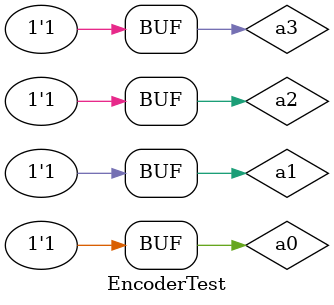
<source format=v>
module andGate(c,a,b);
input a,b;
output c;
wire a,b,c;
and(c,a,b);
endmodule


module orGate(c,a,b);
input a,b;
output c;
wire a,b,c;
or(c,a,b);
endmodule



module and3Gate(d,c,a,b);
input a,b,c;
output d;
wire a,b,c,d;
andGate g1(e,a,b);
andGate g2(d,e,c);
endmodule

module notGate(c,a);
input a;
output c;
wire a,c;
not(c,a);
endmodule


module EncoderTest;
reg a0,a1,a2,a3;
wire n_a0,n_a1,f0,f1;

notGate g1(n_a0,a0);
notGate g2(n_a1,a1);

orGate g3(f0,a1,a3);
andGate g4(f1,n_a0,n_a1);


initial
	begin
		#5 a0=1'b0;
		#5 a1=1'b0;
		#5 a2=1'b0;
		#5 a3=1'b1;
		
		#15 a0=1'b1;
		#15 a1=1'b0;
		#15 a2=1'b0;
		#15 a3=1'b0;
		
		
		#35 a0=1'b1;
		#40 a1=1'b0;
		#45 a2=1'b1;
		#45 a3=1'b0;
		
		#55 a0=1'b1;
		#55 a1=1'b0;
		#55 a2=1'b1;
		#65 a3=1'b0;
		
		#95 a0=1'b1;
		#105 a1=1'b1;
		#110 a2=1'b1;
		#110 a3=1'b1;
		
	end
initial
		$monitor($time,"input a3=%b a2=%b a1=%b a0=%b  --output-- f1=%b , f0=%b ",a3,a2,a1,a0,f1,f0);
endmodule



</source>
